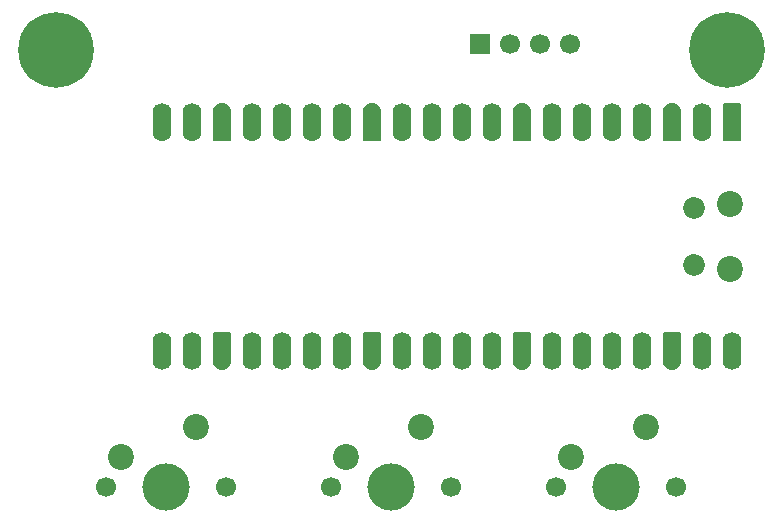
<source format=gbr>
%TF.GenerationSoftware,KiCad,Pcbnew,9.0.2*%
%TF.CreationDate,2026-01-14T17:50:12+01:00*%
%TF.ProjectId,keypad,6b657970-6164-42e6-9b69-6361645f7063,rev?*%
%TF.SameCoordinates,Original*%
%TF.FileFunction,Soldermask,Top*%
%TF.FilePolarity,Negative*%
%FSLAX46Y46*%
G04 Gerber Fmt 4.6, Leading zero omitted, Abs format (unit mm)*
G04 Created by KiCad (PCBNEW 9.0.2) date 2026-01-14 17:50:12*
%MOMM*%
%LPD*%
G01*
G04 APERTURE LIST*
G04 Aperture macros list*
%AMRoundRect*
0 Rectangle with rounded corners*
0 $1 Rounding radius*
0 $2 $3 $4 $5 $6 $7 $8 $9 X,Y pos of 4 corners*
0 Add a 4 corners polygon primitive as box body*
4,1,4,$2,$3,$4,$5,$6,$7,$8,$9,$2,$3,0*
0 Add four circle primitives for the rounded corners*
1,1,$1+$1,$2,$3*
1,1,$1+$1,$4,$5*
1,1,$1+$1,$6,$7*
1,1,$1+$1,$8,$9*
0 Add four rect primitives between the rounded corners*
20,1,$1+$1,$2,$3,$4,$5,0*
20,1,$1+$1,$4,$5,$6,$7,0*
20,1,$1+$1,$6,$7,$8,$9,0*
20,1,$1+$1,$8,$9,$2,$3,0*%
%AMFreePoly0*
4,1,37,0.800000,0.796148,0.878414,0.796148,1.032228,0.765552,1.177117,0.705537,1.307515,0.618408,1.418408,0.507515,1.505537,0.377117,1.565552,0.232228,1.596148,0.078414,1.596148,-0.078414,1.565552,-0.232228,1.505537,-0.377117,1.418408,-0.507515,1.307515,-0.618408,1.177117,-0.705537,1.032228,-0.765552,0.878414,-0.796148,0.800000,-0.796148,0.800000,-0.800000,-1.400000,-0.800000,
-1.403843,-0.796157,-1.439018,-0.796157,-1.511114,-0.766294,-1.566294,-0.711114,-1.596157,-0.639018,-1.596157,-0.603843,-1.600000,-0.600000,-1.600000,0.600000,-1.596157,0.603843,-1.596157,0.639018,-1.566294,0.711114,-1.511114,0.766294,-1.439018,0.796157,-1.403843,0.796157,-1.400000,0.800000,0.800000,0.800000,0.800000,0.796148,0.800000,0.796148,$1*%
%AMFreePoly1*
4,1,37,0.000000,0.796148,0.078414,0.796148,0.232228,0.765552,0.377117,0.705537,0.507515,0.618408,0.618408,0.507515,0.705537,0.377117,0.765552,0.232228,0.796148,0.078414,0.796148,-0.078414,0.765552,-0.232228,0.705537,-0.377117,0.618408,-0.507515,0.507515,-0.618408,0.377117,-0.705537,0.232228,-0.765552,0.078414,-0.796148,0.000000,-0.796148,0.000000,-0.800000,-0.600000,-0.800000,
-0.603843,-0.796157,-0.639018,-0.796157,-0.711114,-0.766294,-0.766294,-0.711114,-0.796157,-0.639018,-0.796157,-0.603843,-0.800000,-0.600000,-0.800000,0.600000,-0.796157,0.603843,-0.796157,0.639018,-0.766294,0.711114,-0.711114,0.766294,-0.639018,0.796157,-0.603843,0.796157,-0.600000,0.800000,0.000000,0.800000,0.000000,0.796148,0.000000,0.796148,$1*%
%AMFreePoly2*
4,1,37,0.603843,0.796157,0.639018,0.796157,0.711114,0.766294,0.766294,0.711114,0.796157,0.639018,0.796157,0.603843,0.800000,0.600000,0.800000,-0.600000,0.796157,-0.603843,0.796157,-0.639018,0.766294,-0.711114,0.711114,-0.766294,0.639018,-0.796157,0.603843,-0.796157,0.600000,-0.800000,0.000000,-0.800000,0.000000,-0.796148,-0.078414,-0.796148,-0.232228,-0.765552,-0.377117,-0.705537,
-0.507515,-0.618408,-0.618408,-0.507515,-0.705537,-0.377117,-0.765552,-0.232228,-0.796148,-0.078414,-0.796148,0.078414,-0.765552,0.232228,-0.705537,0.377117,-0.618408,0.507515,-0.507515,0.618408,-0.377117,0.705537,-0.232228,0.765552,-0.078414,0.796148,0.000000,0.796148,0.000000,0.800000,0.600000,0.800000,0.603843,0.796157,0.603843,0.796157,$1*%
%AMFreePoly3*
4,1,37,1.403843,0.796157,1.439018,0.796157,1.511114,0.766294,1.566294,0.711114,1.596157,0.639018,1.596157,0.603843,1.600000,0.600000,1.600000,-0.600000,1.596157,-0.603843,1.596157,-0.639018,1.566294,-0.711114,1.511114,-0.766294,1.439018,-0.796157,1.403843,-0.796157,1.400000,-0.800000,-0.800000,-0.800000,-0.800000,-0.796148,-0.878414,-0.796148,-1.032228,-0.765552,-1.177117,-0.705537,
-1.307515,-0.618408,-1.418408,-0.507515,-1.505537,-0.377117,-1.565552,-0.232228,-1.596148,-0.078414,-1.596148,0.078414,-1.565552,0.232228,-1.505537,0.377117,-1.418408,0.507515,-1.307515,0.618408,-1.177117,0.705537,-1.032228,0.765552,-0.878414,0.796148,-0.800000,0.796148,-0.800000,0.800000,1.400000,0.800000,1.403843,0.796157,1.403843,0.796157,$1*%
G04 Aperture macros list end*
%ADD10C,1.700000*%
%ADD11C,4.000000*%
%ADD12C,2.200000*%
%ADD13RoundRect,0.800000X-0.000010X0.800000X-0.000010X-0.800000X0.000010X-0.800000X0.000010X0.800000X0*%
%ADD14C,1.600000*%
%ADD15FreePoly0,270.000000*%
%ADD16FreePoly1,270.000000*%
%ADD17FreePoly2,270.000000*%
%ADD18FreePoly3,270.000000*%
%ADD19RoundRect,0.200000X-0.600000X0.600000X-0.600000X-0.600000X0.600000X-0.600000X0.600000X0.600000X0*%
%ADD20C,1.850000*%
%ADD21C,0.800000*%
%ADD22C,6.400000*%
%ADD23R,1.700000X1.700000*%
G04 APERTURE END LIST*
D10*
%TO.C,U3*%
X46280000Y-41000000D03*
X56440000Y-41000000D03*
D11*
X51360000Y-41000000D03*
D12*
X53900000Y-35920000D03*
X47550000Y-38460000D03*
%TD*%
D13*
%TO.C,A1*%
X61160000Y-29500000D03*
D14*
X61160000Y-28700000D03*
D13*
X58620000Y-29500000D03*
D14*
X58620000Y-28700000D03*
D15*
X56080000Y-29500000D03*
D16*
X56080000Y-28700000D03*
D13*
X53540000Y-29500000D03*
D14*
X53540000Y-28700000D03*
D13*
X51000000Y-29500000D03*
D14*
X51000000Y-28700000D03*
D13*
X48460000Y-29500000D03*
D14*
X48460000Y-28700000D03*
D13*
X45920000Y-29500000D03*
D14*
X45920000Y-28700000D03*
D15*
X43380000Y-29500000D03*
D16*
X43380000Y-28700000D03*
D13*
X40840000Y-29500000D03*
D14*
X40840000Y-28700000D03*
D13*
X38300000Y-29500000D03*
D14*
X38300000Y-28700000D03*
D13*
X35760000Y-29500000D03*
D14*
X35760000Y-28700000D03*
D13*
X33220000Y-29500000D03*
D14*
X33220000Y-28700000D03*
D15*
X30680000Y-29500000D03*
D16*
X30680000Y-28700000D03*
D13*
X28140000Y-29500000D03*
D14*
X28140000Y-28700000D03*
D13*
X25600000Y-29500000D03*
D14*
X25600000Y-28700000D03*
D13*
X23060000Y-29500000D03*
D14*
X23060000Y-28700000D03*
D13*
X20520000Y-29500000D03*
D14*
X20520000Y-28700000D03*
D15*
X17980000Y-29500000D03*
D16*
X17980000Y-28700000D03*
D13*
X15440000Y-29500000D03*
D14*
X15440000Y-28700000D03*
D13*
X12900000Y-29500000D03*
D14*
X12900000Y-28700000D03*
X12900000Y-10920000D03*
D13*
X12900000Y-10120000D03*
D14*
X15440000Y-10920000D03*
D13*
X15440000Y-10120000D03*
D17*
X17980000Y-10920000D03*
D18*
X17980000Y-10120000D03*
D14*
X20520000Y-10920000D03*
D13*
X20520000Y-10120000D03*
D14*
X23060000Y-10920000D03*
D13*
X23060000Y-10120000D03*
D14*
X25600000Y-10920000D03*
D13*
X25600000Y-10120000D03*
D14*
X28140000Y-10920000D03*
D13*
X28140000Y-10120000D03*
D17*
X30680000Y-10920000D03*
D18*
X30680000Y-10120000D03*
D14*
X33220000Y-10920000D03*
D13*
X33220000Y-10120000D03*
D14*
X35760000Y-10920000D03*
D13*
X35760000Y-10120000D03*
D14*
X38300000Y-10920000D03*
D13*
X38300000Y-10120000D03*
D14*
X40840000Y-10920000D03*
D13*
X40840000Y-10120000D03*
D17*
X43380000Y-10920000D03*
D18*
X43380000Y-10120000D03*
D14*
X45920000Y-10920000D03*
D13*
X45920000Y-10120000D03*
D14*
X48460000Y-10920000D03*
D13*
X48460000Y-10120000D03*
D14*
X51000000Y-10920000D03*
D13*
X51000000Y-10120000D03*
D14*
X53540000Y-10920000D03*
D13*
X53540000Y-10120000D03*
D17*
X56080000Y-10920000D03*
D18*
X56080000Y-10120000D03*
D14*
X58620000Y-10920000D03*
D13*
X58620000Y-10120000D03*
D19*
X61160000Y-10920000D03*
D15*
X61160000Y-10120000D03*
D12*
X61030000Y-22535000D03*
D20*
X58000000Y-22235000D03*
X58000000Y-17385000D03*
D12*
X61030000Y-17085000D03*
%TD*%
D11*
%TO.C,U1*%
X13260000Y-41000000D03*
D12*
X9450000Y-38460000D03*
X15800000Y-35920000D03*
D10*
X18340000Y-41000000D03*
X8180000Y-41000000D03*
%TD*%
D12*
%TO.C,U2*%
X28500000Y-38460000D03*
X34850000Y-35920000D03*
D11*
X32310000Y-41000000D03*
D10*
X37390000Y-41000000D03*
X27230000Y-41000000D03*
%TD*%
D21*
%TO.C,H2*%
X58402944Y-4000000D03*
X59105888Y-2302944D03*
X59105888Y-5697056D03*
X60802944Y-1600000D03*
D22*
X60802944Y-4000000D03*
D21*
X60802944Y-6400000D03*
X62500000Y-2302944D03*
X62500000Y-5697056D03*
X63202944Y-4000000D03*
%TD*%
%TO.C,H1*%
X1600000Y-4000000D03*
X2302944Y-2302944D03*
X2302944Y-5697056D03*
X4000000Y-1600000D03*
D22*
X4000000Y-4000000D03*
D21*
X4000000Y-6400000D03*
X5697056Y-2302944D03*
X5697056Y-5697056D03*
X6400000Y-4000000D03*
%TD*%
D23*
%TO.C,J1*%
X39880000Y-3500000D03*
D10*
X42420000Y-3500000D03*
X44960000Y-3500000D03*
X47500000Y-3500000D03*
%TD*%
M02*

</source>
